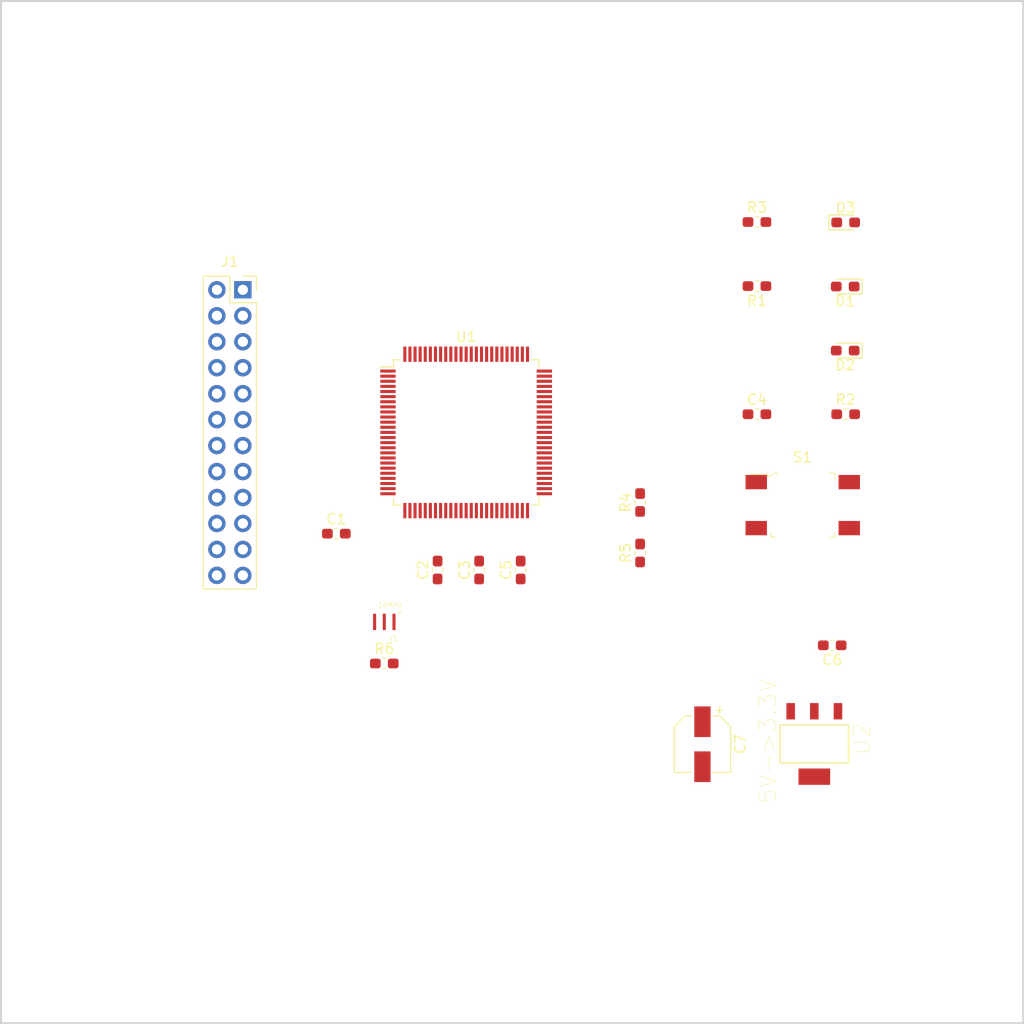
<source format=kicad_pcb>
(kicad_pcb (version 20171130) (host pcbnew "(5.0.0-3-g5ebb6b6)")

  (general
    (thickness 1.6)
    (drawings 4)
    (tracks 0)
    (zones 0)
    (modules 21)
    (nets 97)
  )

  (page A4)
  (title_block
    (title araBase-atmega2560)
    (date 2018-08-01)
    (rev v0.1)
    (company www.aravinth.info)
    (comment 4 "Baseboard for Atmega2560")
  )

  (layers
    (0 F.Cu signal)
    (31 B.Cu signal)
    (32 B.Adhes user)
    (33 F.Adhes user)
    (34 B.Paste user)
    (35 F.Paste user)
    (36 B.SilkS user)
    (37 F.SilkS user)
    (38 B.Mask user)
    (39 F.Mask user)
    (40 Dwgs.User user)
    (41 Cmts.User user)
    (42 Eco1.User user)
    (43 Eco2.User user)
    (44 Edge.Cuts user)
    (45 Margin user)
    (46 B.CrtYd user)
    (47 F.CrtYd user)
    (48 B.Fab user)
    (49 F.Fab user)
  )

  (setup
    (last_trace_width 0.254)
    (trace_clearance 0.254)
    (zone_clearance 0.508)
    (zone_45_only no)
    (trace_min 0.254)
    (segment_width 0.2)
    (edge_width 0.2)
    (via_size 0.8)
    (via_drill 0.4)
    (via_min_size 0.8)
    (via_min_drill 0.4)
    (uvia_size 0.3)
    (uvia_drill 0.1)
    (uvias_allowed no)
    (uvia_min_size 0.2)
    (uvia_min_drill 0.1)
    (pcb_text_width 0.3)
    (pcb_text_size 1.5 1.5)
    (mod_edge_width 0.15)
    (mod_text_size 1 1)
    (mod_text_width 0.15)
    (pad_size 1.524 1.524)
    (pad_drill 0.762)
    (pad_to_mask_clearance 0.2)
    (aux_axis_origin 0 0)
    (visible_elements FFFFFF7F)
    (pcbplotparams
      (layerselection 0x010fc_ffffffff)
      (usegerberextensions false)
      (usegerberattributes false)
      (usegerberadvancedattributes false)
      (creategerberjobfile false)
      (excludeedgelayer true)
      (linewidth 0.100000)
      (plotframeref false)
      (viasonmask false)
      (mode 1)
      (useauxorigin false)
      (hpglpennumber 1)
      (hpglpenspeed 20)
      (hpglpendiameter 15.000000)
      (psnegative false)
      (psa4output false)
      (plotreference true)
      (plotvalue true)
      (plotinvisibletext false)
      (padsonsilk false)
      (subtractmaskfromsilk false)
      (outputformat 1)
      (mirror false)
      (drillshape 1)
      (scaleselection 1)
      (outputdirectory ""))
  )

  (net 0 "")
  (net 1 /AREF)
  (net 2 GND)
  (net 3 +5V)
  (net 4 /RESET)
  (net 5 /3.3V)
  (net 6 "Net-(D1-Pad2)")
  (net 7 "Net-(D3-Pad2)")
  (net 8 /SCK)
  (net 9 /MISO)
  (net 10 /MOSI)
  (net 11 /TX0)
  (net 12 /RX0)
  (net 13 /SDA)
  (net 14 /SCL)
  (net 15 /A0)
  (net 16 /A1)
  (net 17 /A2)
  (net 18 /A3)
  (net 19 /A4)
  (net 20 /A5)
  (net 21 /D2)
  (net 22 /D3)
  (net 23 /D4)
  (net 24 /D5)
  (net 25 /D6)
  (net 26 /D7)
  (net 27 "Net-(R1-Pad1)")
  (net 28 "Net-(R6-Pad2)")
  (net 29 "Net-(R6-Pad1)")
  (net 30 "Net-(S1-Pad3)")
  (net 31 "Net-(U1-Pad4)")
  (net 32 "Net-(U1-Pad8)")
  (net 33 "Net-(U1-Pad9)")
  (net 34 "Net-(U1-Pad12)")
  (net 35 "Net-(U1-Pad14)")
  (net 36 "Net-(U1-Pad17)")
  (net 37 "Net-(U1-Pad18)")
  (net 38 "Net-(U1-Pad19)")
  (net 39 "Net-(U1-Pad23)")
  (net 40 "Net-(U1-Pad24)")
  (net 41 "Net-(U1-Pad25)")
  (net 42 "Net-(U1-Pad26)")
  (net 43 "Net-(U1-Pad27)")
  (net 44 "Net-(U1-Pad28)")
  (net 45 "Net-(U1-Pad29)")
  (net 46 "Net-(U1-Pad35)")
  (net 47 "Net-(U1-Pad36)")
  (net 48 "Net-(U1-Pad37)")
  (net 49 "Net-(U1-Pad38)")
  (net 50 "Net-(U1-Pad39)")
  (net 51 "Net-(U1-Pad40)")
  (net 52 "Net-(U1-Pad41)")
  (net 53 "Net-(U1-Pad42)")
  (net 54 "Net-(U1-Pad45)")
  (net 55 "Net-(U1-Pad46)")
  (net 56 "Net-(U1-Pad47)")
  (net 57 "Net-(U1-Pad48)")
  (net 58 "Net-(U1-Pad49)")
  (net 59 "Net-(U1-Pad50)")
  (net 60 "Net-(U1-Pad51)")
  (net 61 "Net-(U1-Pad52)")
  (net 62 "Net-(U1-Pad53)")
  (net 63 "Net-(U1-Pad54)")
  (net 64 "Net-(U1-Pad55)")
  (net 65 "Net-(U1-Pad56)")
  (net 66 "Net-(U1-Pad57)")
  (net 67 "Net-(U1-Pad58)")
  (net 68 "Net-(U1-Pad59)")
  (net 69 "Net-(U1-Pad60)")
  (net 70 "Net-(U1-Pad63)")
  (net 71 "Net-(U1-Pad64)")
  (net 72 "Net-(U1-Pad65)")
  (net 73 "Net-(U1-Pad66)")
  (net 74 "Net-(U1-Pad67)")
  (net 75 "Net-(U1-Pad68)")
  (net 76 "Net-(U1-Pad69)")
  (net 77 "Net-(U1-Pad70)")
  (net 78 "Net-(U1-Pad71)")
  (net 79 "Net-(U1-Pad72)")
  (net 80 "Net-(U1-Pad73)")
  (net 81 "Net-(U1-Pad74)")
  (net 82 "Net-(U1-Pad75)")
  (net 83 "Net-(U1-Pad76)")
  (net 84 "Net-(U1-Pad77)")
  (net 85 "Net-(U1-Pad78)")
  (net 86 "Net-(U1-Pad79)")
  (net 87 "Net-(U1-Pad82)")
  (net 88 "Net-(U1-Pad83)")
  (net 89 "Net-(U1-Pad84)")
  (net 90 "Net-(U1-Pad85)")
  (net 91 "Net-(U1-Pad86)")
  (net 92 "Net-(U1-Pad87)")
  (net 93 "Net-(U1-Pad88)")
  (net 94 "Net-(U1-Pad89)")
  (net 95 "Net-(U1-Pad90)")
  (net 96 "Net-(U1-Pad91)")

  (net_class Default "This is the default net class."
    (clearance 0.254)
    (trace_width 0.254)
    (via_dia 0.8)
    (via_drill 0.4)
    (uvia_dia 0.3)
    (uvia_drill 0.1)
    (diff_pair_gap 0.254)
    (diff_pair_width 0.254)
    (add_net /A0)
    (add_net /A1)
    (add_net /A2)
    (add_net /A3)
    (add_net /A4)
    (add_net /A5)
    (add_net /AREF)
    (add_net /D2)
    (add_net /D3)
    (add_net /D4)
    (add_net /D5)
    (add_net /D6)
    (add_net /D7)
    (add_net /MISO)
    (add_net /MOSI)
    (add_net /RESET)
    (add_net /RX0)
    (add_net /SCK)
    (add_net /SCL)
    (add_net /SDA)
    (add_net /TX0)
    (add_net "Net-(D1-Pad2)")
    (add_net "Net-(D3-Pad2)")
    (add_net "Net-(R1-Pad1)")
    (add_net "Net-(R6-Pad1)")
    (add_net "Net-(R6-Pad2)")
    (add_net "Net-(S1-Pad3)")
    (add_net "Net-(U1-Pad12)")
    (add_net "Net-(U1-Pad14)")
    (add_net "Net-(U1-Pad17)")
    (add_net "Net-(U1-Pad18)")
    (add_net "Net-(U1-Pad19)")
    (add_net "Net-(U1-Pad23)")
    (add_net "Net-(U1-Pad24)")
    (add_net "Net-(U1-Pad25)")
    (add_net "Net-(U1-Pad26)")
    (add_net "Net-(U1-Pad27)")
    (add_net "Net-(U1-Pad28)")
    (add_net "Net-(U1-Pad29)")
    (add_net "Net-(U1-Pad35)")
    (add_net "Net-(U1-Pad36)")
    (add_net "Net-(U1-Pad37)")
    (add_net "Net-(U1-Pad38)")
    (add_net "Net-(U1-Pad39)")
    (add_net "Net-(U1-Pad4)")
    (add_net "Net-(U1-Pad40)")
    (add_net "Net-(U1-Pad41)")
    (add_net "Net-(U1-Pad42)")
    (add_net "Net-(U1-Pad45)")
    (add_net "Net-(U1-Pad46)")
    (add_net "Net-(U1-Pad47)")
    (add_net "Net-(U1-Pad48)")
    (add_net "Net-(U1-Pad49)")
    (add_net "Net-(U1-Pad50)")
    (add_net "Net-(U1-Pad51)")
    (add_net "Net-(U1-Pad52)")
    (add_net "Net-(U1-Pad53)")
    (add_net "Net-(U1-Pad54)")
    (add_net "Net-(U1-Pad55)")
    (add_net "Net-(U1-Pad56)")
    (add_net "Net-(U1-Pad57)")
    (add_net "Net-(U1-Pad58)")
    (add_net "Net-(U1-Pad59)")
    (add_net "Net-(U1-Pad60)")
    (add_net "Net-(U1-Pad63)")
    (add_net "Net-(U1-Pad64)")
    (add_net "Net-(U1-Pad65)")
    (add_net "Net-(U1-Pad66)")
    (add_net "Net-(U1-Pad67)")
    (add_net "Net-(U1-Pad68)")
    (add_net "Net-(U1-Pad69)")
    (add_net "Net-(U1-Pad70)")
    (add_net "Net-(U1-Pad71)")
    (add_net "Net-(U1-Pad72)")
    (add_net "Net-(U1-Pad73)")
    (add_net "Net-(U1-Pad74)")
    (add_net "Net-(U1-Pad75)")
    (add_net "Net-(U1-Pad76)")
    (add_net "Net-(U1-Pad77)")
    (add_net "Net-(U1-Pad78)")
    (add_net "Net-(U1-Pad79)")
    (add_net "Net-(U1-Pad8)")
    (add_net "Net-(U1-Pad82)")
    (add_net "Net-(U1-Pad83)")
    (add_net "Net-(U1-Pad84)")
    (add_net "Net-(U1-Pad85)")
    (add_net "Net-(U1-Pad86)")
    (add_net "Net-(U1-Pad87)")
    (add_net "Net-(U1-Pad88)")
    (add_net "Net-(U1-Pad89)")
    (add_net "Net-(U1-Pad9)")
    (add_net "Net-(U1-Pad90)")
    (add_net "Net-(U1-Pad91)")
  )

  (net_class PWR ""
    (clearance 0.3048)
    (trace_width 0.3048)
    (via_dia 0.8)
    (via_drill 0.4)
    (uvia_dia 0.3)
    (uvia_drill 0.1)
    (diff_pair_gap 0.3048)
    (diff_pair_width 0.3048)
    (add_net +5V)
    (add_net /3.3V)
    (add_net GND)
  )

  (module Capacitor_SMD:C_0603_1608Metric_Pad1.05x0.95mm_HandSolder (layer F.Cu) (tedit 5B301BBE) (tstamp 5B84F56A)
    (at 82.804 102.108)
    (descr "Capacitor SMD 0603 (1608 Metric), square (rectangular) end terminal, IPC_7351 nominal with elongated pad for handsoldering. (Body size source: http://www.tortai-tech.com/upload/download/2011102023233369053.pdf), generated with kicad-footprint-generator")
    (tags "capacitor handsolder")
    (path /5B60F821)
    (attr smd)
    (fp_text reference C1 (at 0 -1.43) (layer F.SilkS)
      (effects (font (size 1 1) (thickness 0.15)))
    )
    (fp_text value 0.1uF (at 0 1.43) (layer F.Fab)
      (effects (font (size 1 1) (thickness 0.15)))
    )
    (fp_text user %R (at 0 0) (layer F.Fab)
      (effects (font (size 0.4 0.4) (thickness 0.06)))
    )
    (fp_line (start 1.65 0.73) (end -1.65 0.73) (layer F.CrtYd) (width 0.05))
    (fp_line (start 1.65 -0.73) (end 1.65 0.73) (layer F.CrtYd) (width 0.05))
    (fp_line (start -1.65 -0.73) (end 1.65 -0.73) (layer F.CrtYd) (width 0.05))
    (fp_line (start -1.65 0.73) (end -1.65 -0.73) (layer F.CrtYd) (width 0.05))
    (fp_line (start -0.171267 0.51) (end 0.171267 0.51) (layer F.SilkS) (width 0.12))
    (fp_line (start -0.171267 -0.51) (end 0.171267 -0.51) (layer F.SilkS) (width 0.12))
    (fp_line (start 0.8 0.4) (end -0.8 0.4) (layer F.Fab) (width 0.1))
    (fp_line (start 0.8 -0.4) (end 0.8 0.4) (layer F.Fab) (width 0.1))
    (fp_line (start -0.8 -0.4) (end 0.8 -0.4) (layer F.Fab) (width 0.1))
    (fp_line (start -0.8 0.4) (end -0.8 -0.4) (layer F.Fab) (width 0.1))
    (pad 2 smd roundrect (at 0.875 0) (size 1.05 0.95) (layers F.Cu F.Paste F.Mask) (roundrect_rratio 0.25)
      (net 2 GND))
    (pad 1 smd roundrect (at -0.875 0) (size 1.05 0.95) (layers F.Cu F.Paste F.Mask) (roundrect_rratio 0.25)
      (net 1 /AREF))
    (model ${KISYS3DMOD}/Capacitor_SMD.3dshapes/C_0603_1608Metric.wrl
      (at (xyz 0 0 0))
      (scale (xyz 1 1 1))
      (rotate (xyz 0 0 0))
    )
  )

  (module Capacitor_SMD:C_0603_1608Metric_Pad1.05x0.95mm_HandSolder (layer F.Cu) (tedit 5B301BBE) (tstamp 5B858429)
    (at 92.71 105.664 90)
    (descr "Capacitor SMD 0603 (1608 Metric), square (rectangular) end terminal, IPC_7351 nominal with elongated pad for handsoldering. (Body size source: http://www.tortai-tech.com/upload/download/2011102023233369053.pdf), generated with kicad-footprint-generator")
    (tags "capacitor handsolder")
    (path /5B614038)
    (attr smd)
    (fp_text reference C2 (at 0 -1.43 90) (layer F.SilkS)
      (effects (font (size 1 1) (thickness 0.15)))
    )
    (fp_text value 0.1uF (at 0 1.43 90) (layer F.Fab)
      (effects (font (size 1 1) (thickness 0.15)))
    )
    (fp_line (start -0.8 0.4) (end -0.8 -0.4) (layer F.Fab) (width 0.1))
    (fp_line (start -0.8 -0.4) (end 0.8 -0.4) (layer F.Fab) (width 0.1))
    (fp_line (start 0.8 -0.4) (end 0.8 0.4) (layer F.Fab) (width 0.1))
    (fp_line (start 0.8 0.4) (end -0.8 0.4) (layer F.Fab) (width 0.1))
    (fp_line (start -0.171267 -0.51) (end 0.171267 -0.51) (layer F.SilkS) (width 0.12))
    (fp_line (start -0.171267 0.51) (end 0.171267 0.51) (layer F.SilkS) (width 0.12))
    (fp_line (start -1.65 0.73) (end -1.65 -0.73) (layer F.CrtYd) (width 0.05))
    (fp_line (start -1.65 -0.73) (end 1.65 -0.73) (layer F.CrtYd) (width 0.05))
    (fp_line (start 1.65 -0.73) (end 1.65 0.73) (layer F.CrtYd) (width 0.05))
    (fp_line (start 1.65 0.73) (end -1.65 0.73) (layer F.CrtYd) (width 0.05))
    (fp_text user %R (at 0 0 90) (layer F.Fab)
      (effects (font (size 0.4 0.4) (thickness 0.06)))
    )
    (pad 1 smd roundrect (at -0.875 0 90) (size 1.05 0.95) (layers F.Cu F.Paste F.Mask) (roundrect_rratio 0.25)
      (net 3 +5V))
    (pad 2 smd roundrect (at 0.875 0 90) (size 1.05 0.95) (layers F.Cu F.Paste F.Mask) (roundrect_rratio 0.25)
      (net 2 GND))
    (model ${KISYS3DMOD}/Capacitor_SMD.3dshapes/C_0603_1608Metric.wrl
      (at (xyz 0 0 0))
      (scale (xyz 1 1 1))
      (rotate (xyz 0 0 0))
    )
  )

  (module Capacitor_SMD:C_0603_1608Metric_Pad1.05x0.95mm_HandSolder (layer F.Cu) (tedit 5B301BBE) (tstamp 5B8583F9)
    (at 96.774 105.664 90)
    (descr "Capacitor SMD 0603 (1608 Metric), square (rectangular) end terminal, IPC_7351 nominal with elongated pad for handsoldering. (Body size source: http://www.tortai-tech.com/upload/download/2011102023233369053.pdf), generated with kicad-footprint-generator")
    (tags "capacitor handsolder")
    (path /5B61413F)
    (attr smd)
    (fp_text reference C3 (at 0 -1.43 90) (layer F.SilkS)
      (effects (font (size 1 1) (thickness 0.15)))
    )
    (fp_text value 0.1uF (at 0 1.43 90) (layer F.Fab)
      (effects (font (size 1 1) (thickness 0.15)))
    )
    (fp_text user %R (at 0 0 90) (layer F.Fab)
      (effects (font (size 0.4 0.4) (thickness 0.06)))
    )
    (fp_line (start 1.65 0.73) (end -1.65 0.73) (layer F.CrtYd) (width 0.05))
    (fp_line (start 1.65 -0.73) (end 1.65 0.73) (layer F.CrtYd) (width 0.05))
    (fp_line (start -1.65 -0.73) (end 1.65 -0.73) (layer F.CrtYd) (width 0.05))
    (fp_line (start -1.65 0.73) (end -1.65 -0.73) (layer F.CrtYd) (width 0.05))
    (fp_line (start -0.171267 0.51) (end 0.171267 0.51) (layer F.SilkS) (width 0.12))
    (fp_line (start -0.171267 -0.51) (end 0.171267 -0.51) (layer F.SilkS) (width 0.12))
    (fp_line (start 0.8 0.4) (end -0.8 0.4) (layer F.Fab) (width 0.1))
    (fp_line (start 0.8 -0.4) (end 0.8 0.4) (layer F.Fab) (width 0.1))
    (fp_line (start -0.8 -0.4) (end 0.8 -0.4) (layer F.Fab) (width 0.1))
    (fp_line (start -0.8 0.4) (end -0.8 -0.4) (layer F.Fab) (width 0.1))
    (pad 2 smd roundrect (at 0.875 0 90) (size 1.05 0.95) (layers F.Cu F.Paste F.Mask) (roundrect_rratio 0.25)
      (net 2 GND))
    (pad 1 smd roundrect (at -0.875 0 90) (size 1.05 0.95) (layers F.Cu F.Paste F.Mask) (roundrect_rratio 0.25)
      (net 3 +5V))
    (model ${KISYS3DMOD}/Capacitor_SMD.3dshapes/C_0603_1608Metric.wrl
      (at (xyz 0 0 0))
      (scale (xyz 1 1 1))
      (rotate (xyz 0 0 0))
    )
  )

  (module Capacitor_SMD:C_0603_1608Metric_Pad1.05x0.95mm_HandSolder (layer F.Cu) (tedit 5B301BBE) (tstamp 5B84F59D)
    (at 123.952 90.424)
    (descr "Capacitor SMD 0603 (1608 Metric), square (rectangular) end terminal, IPC_7351 nominal with elongated pad for handsoldering. (Body size source: http://www.tortai-tech.com/upload/download/2011102023233369053.pdf), generated with kicad-footprint-generator")
    (tags "capacitor handsolder")
    (path /5B6153C2)
    (attr smd)
    (fp_text reference C4 (at 0 -1.43) (layer F.SilkS)
      (effects (font (size 1 1) (thickness 0.15)))
    )
    (fp_text value 22pF (at 0 1.43) (layer F.Fab)
      (effects (font (size 1 1) (thickness 0.15)))
    )
    (fp_text user %R (at 0 0) (layer F.Fab)
      (effects (font (size 0.4 0.4) (thickness 0.06)))
    )
    (fp_line (start 1.65 0.73) (end -1.65 0.73) (layer F.CrtYd) (width 0.05))
    (fp_line (start 1.65 -0.73) (end 1.65 0.73) (layer F.CrtYd) (width 0.05))
    (fp_line (start -1.65 -0.73) (end 1.65 -0.73) (layer F.CrtYd) (width 0.05))
    (fp_line (start -1.65 0.73) (end -1.65 -0.73) (layer F.CrtYd) (width 0.05))
    (fp_line (start -0.171267 0.51) (end 0.171267 0.51) (layer F.SilkS) (width 0.12))
    (fp_line (start -0.171267 -0.51) (end 0.171267 -0.51) (layer F.SilkS) (width 0.12))
    (fp_line (start 0.8 0.4) (end -0.8 0.4) (layer F.Fab) (width 0.1))
    (fp_line (start 0.8 -0.4) (end 0.8 0.4) (layer F.Fab) (width 0.1))
    (fp_line (start -0.8 -0.4) (end 0.8 -0.4) (layer F.Fab) (width 0.1))
    (fp_line (start -0.8 0.4) (end -0.8 -0.4) (layer F.Fab) (width 0.1))
    (pad 2 smd roundrect (at 0.875 0) (size 1.05 0.95) (layers F.Cu F.Paste F.Mask) (roundrect_rratio 0.25)
      (net 2 GND))
    (pad 1 smd roundrect (at -0.875 0) (size 1.05 0.95) (layers F.Cu F.Paste F.Mask) (roundrect_rratio 0.25)
      (net 4 /RESET))
    (model ${KISYS3DMOD}/Capacitor_SMD.3dshapes/C_0603_1608Metric.wrl
      (at (xyz 0 0 0))
      (scale (xyz 1 1 1))
      (rotate (xyz 0 0 0))
    )
  )

  (module Capacitor_SMD:C_0603_1608Metric_Pad1.05x0.95mm_HandSolder (layer F.Cu) (tedit 5B301BBE) (tstamp 5B8583C9)
    (at 100.838 105.664 90)
    (descr "Capacitor SMD 0603 (1608 Metric), square (rectangular) end terminal, IPC_7351 nominal with elongated pad for handsoldering. (Body size source: http://www.tortai-tech.com/upload/download/2011102023233369053.pdf), generated with kicad-footprint-generator")
    (tags "capacitor handsolder")
    (path /5B614166)
    (attr smd)
    (fp_text reference C5 (at 0 -1.43 90) (layer F.SilkS)
      (effects (font (size 1 1) (thickness 0.15)))
    )
    (fp_text value 0.1uF (at 0 1.43 90) (layer F.Fab)
      (effects (font (size 1 1) (thickness 0.15)))
    )
    (fp_line (start -0.8 0.4) (end -0.8 -0.4) (layer F.Fab) (width 0.1))
    (fp_line (start -0.8 -0.4) (end 0.8 -0.4) (layer F.Fab) (width 0.1))
    (fp_line (start 0.8 -0.4) (end 0.8 0.4) (layer F.Fab) (width 0.1))
    (fp_line (start 0.8 0.4) (end -0.8 0.4) (layer F.Fab) (width 0.1))
    (fp_line (start -0.171267 -0.51) (end 0.171267 -0.51) (layer F.SilkS) (width 0.12))
    (fp_line (start -0.171267 0.51) (end 0.171267 0.51) (layer F.SilkS) (width 0.12))
    (fp_line (start -1.65 0.73) (end -1.65 -0.73) (layer F.CrtYd) (width 0.05))
    (fp_line (start -1.65 -0.73) (end 1.65 -0.73) (layer F.CrtYd) (width 0.05))
    (fp_line (start 1.65 -0.73) (end 1.65 0.73) (layer F.CrtYd) (width 0.05))
    (fp_line (start 1.65 0.73) (end -1.65 0.73) (layer F.CrtYd) (width 0.05))
    (fp_text user %R (at 0 0 90) (layer F.Fab)
      (effects (font (size 0.4 0.4) (thickness 0.06)))
    )
    (pad 1 smd roundrect (at -0.875 0 90) (size 1.05 0.95) (layers F.Cu F.Paste F.Mask) (roundrect_rratio 0.25)
      (net 3 +5V))
    (pad 2 smd roundrect (at 0.875 0 90) (size 1.05 0.95) (layers F.Cu F.Paste F.Mask) (roundrect_rratio 0.25)
      (net 2 GND))
    (model ${KISYS3DMOD}/Capacitor_SMD.3dshapes/C_0603_1608Metric.wrl
      (at (xyz 0 0 0))
      (scale (xyz 1 1 1))
      (rotate (xyz 0 0 0))
    )
  )

  (module Capacitor_SMD:C_0603_1608Metric_Pad1.05x0.95mm_HandSolder (layer F.Cu) (tedit 5B301BBE) (tstamp 5B84F5BF)
    (at 131.318 113.03 180)
    (descr "Capacitor SMD 0603 (1608 Metric), square (rectangular) end terminal, IPC_7351 nominal with elongated pad for handsoldering. (Body size source: http://www.tortai-tech.com/upload/download/2011102023233369053.pdf), generated with kicad-footprint-generator")
    (tags "capacitor handsolder")
    (path /5B611738)
    (attr smd)
    (fp_text reference C6 (at 0 -1.43 180) (layer F.SilkS)
      (effects (font (size 1 1) (thickness 0.15)))
    )
    (fp_text value 100nF (at 0 1.43 180) (layer F.Fab)
      (effects (font (size 1 1) (thickness 0.15)))
    )
    (fp_line (start -0.8 0.4) (end -0.8 -0.4) (layer F.Fab) (width 0.1))
    (fp_line (start -0.8 -0.4) (end 0.8 -0.4) (layer F.Fab) (width 0.1))
    (fp_line (start 0.8 -0.4) (end 0.8 0.4) (layer F.Fab) (width 0.1))
    (fp_line (start 0.8 0.4) (end -0.8 0.4) (layer F.Fab) (width 0.1))
    (fp_line (start -0.171267 -0.51) (end 0.171267 -0.51) (layer F.SilkS) (width 0.12))
    (fp_line (start -0.171267 0.51) (end 0.171267 0.51) (layer F.SilkS) (width 0.12))
    (fp_line (start -1.65 0.73) (end -1.65 -0.73) (layer F.CrtYd) (width 0.05))
    (fp_line (start -1.65 -0.73) (end 1.65 -0.73) (layer F.CrtYd) (width 0.05))
    (fp_line (start 1.65 -0.73) (end 1.65 0.73) (layer F.CrtYd) (width 0.05))
    (fp_line (start 1.65 0.73) (end -1.65 0.73) (layer F.CrtYd) (width 0.05))
    (fp_text user %R (at 0 0 180) (layer F.Fab)
      (effects (font (size 0.4 0.4) (thickness 0.06)))
    )
    (pad 1 smd roundrect (at -0.875 0 180) (size 1.05 0.95) (layers F.Cu F.Paste F.Mask) (roundrect_rratio 0.25)
      (net 3 +5V))
    (pad 2 smd roundrect (at 0.875 0 180) (size 1.05 0.95) (layers F.Cu F.Paste F.Mask) (roundrect_rratio 0.25)
      (net 2 GND))
    (model ${KISYS3DMOD}/Capacitor_SMD.3dshapes/C_0603_1608Metric.wrl
      (at (xyz 0 0 0))
      (scale (xyz 1 1 1))
      (rotate (xyz 0 0 0))
    )
  )

  (module Capacitor_SMD:CP_Elec_5x5.8 (layer F.Cu) (tedit 5B3026A2) (tstamp 5B84F5E7)
    (at 118.618 122.707499 270)
    (descr "SMT capacitor, aluminium electrolytic, 5x5.8, Panasonic ")
    (tags "Capacitor Electrolytic")
    (path /5B616364)
    (attr smd)
    (fp_text reference C7 (at 0 -3.7 270) (layer F.SilkS)
      (effects (font (size 1 1) (thickness 0.15)))
    )
    (fp_text value 33uF (at 0 3.7 270) (layer F.Fab)
      (effects (font (size 1 1) (thickness 0.15)))
    )
    (fp_text user %R (at 0 0 270) (layer F.Fab)
      (effects (font (size 1 1) (thickness 0.15)))
    )
    (fp_line (start -3.95 1.05) (end -2.9 1.05) (layer F.CrtYd) (width 0.05))
    (fp_line (start -3.95 -1.05) (end -3.95 1.05) (layer F.CrtYd) (width 0.05))
    (fp_line (start -2.9 -1.05) (end -3.95 -1.05) (layer F.CrtYd) (width 0.05))
    (fp_line (start -2.9 1.05) (end -2.9 1.75) (layer F.CrtYd) (width 0.05))
    (fp_line (start -2.9 -1.75) (end -2.9 -1.05) (layer F.CrtYd) (width 0.05))
    (fp_line (start -2.9 -1.75) (end -1.75 -2.9) (layer F.CrtYd) (width 0.05))
    (fp_line (start -2.9 1.75) (end -1.75 2.9) (layer F.CrtYd) (width 0.05))
    (fp_line (start -1.75 -2.9) (end 2.9 -2.9) (layer F.CrtYd) (width 0.05))
    (fp_line (start -1.75 2.9) (end 2.9 2.9) (layer F.CrtYd) (width 0.05))
    (fp_line (start 2.9 1.05) (end 2.9 2.9) (layer F.CrtYd) (width 0.05))
    (fp_line (start 3.95 1.05) (end 2.9 1.05) (layer F.CrtYd) (width 0.05))
    (fp_line (start 3.95 -1.05) (end 3.95 1.05) (layer F.CrtYd) (width 0.05))
    (fp_line (start 2.9 -1.05) (end 3.95 -1.05) (layer F.CrtYd) (width 0.05))
    (fp_line (start 2.9 -2.9) (end 2.9 -1.05) (layer F.CrtYd) (width 0.05))
    (fp_line (start -3.3125 -1.9975) (end -3.3125 -1.3725) (layer F.SilkS) (width 0.12))
    (fp_line (start -3.625 -1.685) (end -3 -1.685) (layer F.SilkS) (width 0.12))
    (fp_line (start -2.76 1.695563) (end -1.695563 2.76) (layer F.SilkS) (width 0.12))
    (fp_line (start -2.76 -1.695563) (end -1.695563 -2.76) (layer F.SilkS) (width 0.12))
    (fp_line (start -2.76 -1.695563) (end -2.76 -1.06) (layer F.SilkS) (width 0.12))
    (fp_line (start -2.76 1.695563) (end -2.76 1.06) (layer F.SilkS) (width 0.12))
    (fp_line (start -1.695563 2.76) (end 2.76 2.76) (layer F.SilkS) (width 0.12))
    (fp_line (start -1.695563 -2.76) (end 2.76 -2.76) (layer F.SilkS) (width 0.12))
    (fp_line (start 2.76 -2.76) (end 2.76 -1.06) (layer F.SilkS) (width 0.12))
    (fp_line (start 2.76 2.76) (end 2.76 1.06) (layer F.SilkS) (width 0.12))
    (fp_line (start -1.783956 -1.45) (end -1.783956 -0.95) (layer F.Fab) (width 0.1))
    (fp_line (start -2.033956 -1.2) (end -1.533956 -1.2) (layer F.Fab) (width 0.1))
    (fp_line (start -2.65 1.65) (end -1.65 2.65) (layer F.Fab) (width 0.1))
    (fp_line (start -2.65 -1.65) (end -1.65 -2.65) (layer F.Fab) (width 0.1))
    (fp_line (start -2.65 -1.65) (end -2.65 1.65) (layer F.Fab) (width 0.1))
    (fp_line (start -1.65 2.65) (end 2.65 2.65) (layer F.Fab) (width 0.1))
    (fp_line (start -1.65 -2.65) (end 2.65 -2.65) (layer F.Fab) (width 0.1))
    (fp_line (start 2.65 -2.65) (end 2.65 2.65) (layer F.Fab) (width 0.1))
    (fp_circle (center 0 0) (end 2.5 0) (layer F.Fab) (width 0.1))
    (pad 2 smd rect (at 2.2 0 270) (size 3 1.6) (layers F.Cu F.Paste F.Mask)
      (net 2 GND))
    (pad 1 smd rect (at -2.2 0 270) (size 3 1.6) (layers F.Cu F.Paste F.Mask)
      (net 5 /3.3V))
    (model ${KISYS3DMOD}/Capacitor_SMD.3dshapes/CP_Elec_5x5.8.wrl
      (at (xyz 0 0 0))
      (scale (xyz 1 1 1))
      (rotate (xyz 0 0 0))
    )
  )

  (module LED_SMD:LED_0603_1608Metric_Pad1.05x0.95mm_HandSolder (layer F.Cu) (tedit 5B4B45C9) (tstamp 5B856E78)
    (at 132.588 77.928667 180)
    (descr "LED SMD 0603 (1608 Metric), square (rectangular) end terminal, IPC_7351 nominal, (Body size source: http://www.tortai-tech.com/upload/download/2011102023233369053.pdf), generated with kicad-footprint-generator")
    (tags "LED handsolder")
    (path /5B61AC88)
    (attr smd)
    (fp_text reference D1 (at 0 -1.43 180) (layer F.SilkS)
      (effects (font (size 1 1) (thickness 0.15)))
    )
    (fp_text value LED-Y (at 0 1.43 180) (layer F.Fab)
      (effects (font (size 1 1) (thickness 0.15)))
    )
    (fp_text user %R (at 0 0 180) (layer F.Fab)
      (effects (font (size 0.4 0.4) (thickness 0.06)))
    )
    (fp_line (start 1.65 0.73) (end -1.65 0.73) (layer F.CrtYd) (width 0.05))
    (fp_line (start 1.65 -0.73) (end 1.65 0.73) (layer F.CrtYd) (width 0.05))
    (fp_line (start -1.65 -0.73) (end 1.65 -0.73) (layer F.CrtYd) (width 0.05))
    (fp_line (start -1.65 0.73) (end -1.65 -0.73) (layer F.CrtYd) (width 0.05))
    (fp_line (start -1.66 0.735) (end 0.8 0.735) (layer F.SilkS) (width 0.12))
    (fp_line (start -1.66 -0.735) (end -1.66 0.735) (layer F.SilkS) (width 0.12))
    (fp_line (start 0.8 -0.735) (end -1.66 -0.735) (layer F.SilkS) (width 0.12))
    (fp_line (start 0.8 0.4) (end 0.8 -0.4) (layer F.Fab) (width 0.1))
    (fp_line (start -0.8 0.4) (end 0.8 0.4) (layer F.Fab) (width 0.1))
    (fp_line (start -0.8 -0.1) (end -0.8 0.4) (layer F.Fab) (width 0.1))
    (fp_line (start -0.5 -0.4) (end -0.8 -0.1) (layer F.Fab) (width 0.1))
    (fp_line (start 0.8 -0.4) (end -0.5 -0.4) (layer F.Fab) (width 0.1))
    (pad 2 smd roundrect (at 0.875 0 180) (size 1.05 0.95) (layers F.Cu F.Paste F.Mask) (roundrect_rratio 0.25)
      (net 6 "Net-(D1-Pad2)"))
    (pad 1 smd roundrect (at -0.875 0 180) (size 1.05 0.95) (layers F.Cu F.Paste F.Mask) (roundrect_rratio 0.25)
      (net 2 GND))
    (model ${KISYS3DMOD}/LED_SMD.3dshapes/LED_0603_1608Metric.wrl
      (at (xyz 0 0 0))
      (scale (xyz 1 1 1))
      (rotate (xyz 0 0 0))
    )
  )

  (module Diode_SMD:D_0603_1608Metric_Pad1.05x0.95mm_HandSolder (layer F.Cu) (tedit 5B4B45C8) (tstamp 5B84F60D)
    (at 132.588 84.196333 180)
    (descr "Diode SMD 0603 (1608 Metric), square (rectangular) end terminal, IPC_7351 nominal, (Body size source: http://www.tortai-tech.com/upload/download/2011102023233369053.pdf), generated with kicad-footprint-generator")
    (tags "diode handsolder")
    (path /5B6161AF)
    (attr smd)
    (fp_text reference D2 (at 0 -1.43 180) (layer F.SilkS)
      (effects (font (size 1 1) (thickness 0.15)))
    )
    (fp_text value 100V (at 0 1.43 180) (layer F.Fab)
      (effects (font (size 1 1) (thickness 0.15)))
    )
    (fp_text user %R (at 0 0 180) (layer F.Fab)
      (effects (font (size 0.4 0.4) (thickness 0.06)))
    )
    (fp_line (start 1.65 0.73) (end -1.65 0.73) (layer F.CrtYd) (width 0.05))
    (fp_line (start 1.65 -0.73) (end 1.65 0.73) (layer F.CrtYd) (width 0.05))
    (fp_line (start -1.65 -0.73) (end 1.65 -0.73) (layer F.CrtYd) (width 0.05))
    (fp_line (start -1.65 0.73) (end -1.65 -0.73) (layer F.CrtYd) (width 0.05))
    (fp_line (start -1.66 0.735) (end 0.8 0.735) (layer F.SilkS) (width 0.12))
    (fp_line (start -1.66 -0.735) (end -1.66 0.735) (layer F.SilkS) (width 0.12))
    (fp_line (start 0.8 -0.735) (end -1.66 -0.735) (layer F.SilkS) (width 0.12))
    (fp_line (start 0.8 0.4) (end 0.8 -0.4) (layer F.Fab) (width 0.1))
    (fp_line (start -0.8 0.4) (end 0.8 0.4) (layer F.Fab) (width 0.1))
    (fp_line (start -0.8 -0.1) (end -0.8 0.4) (layer F.Fab) (width 0.1))
    (fp_line (start -0.5 -0.4) (end -0.8 -0.1) (layer F.Fab) (width 0.1))
    (fp_line (start 0.8 -0.4) (end -0.5 -0.4) (layer F.Fab) (width 0.1))
    (pad 2 smd roundrect (at 0.875 0 180) (size 1.05 0.95) (layers F.Cu F.Paste F.Mask) (roundrect_rratio 0.25)
      (net 4 /RESET))
    (pad 1 smd roundrect (at -0.875 0 180) (size 1.05 0.95) (layers F.Cu F.Paste F.Mask) (roundrect_rratio 0.25)
      (net 3 +5V))
    (model ${KISYS3DMOD}/Diode_SMD.3dshapes/D_0603_1608Metric.wrl
      (at (xyz 0 0 0))
      (scale (xyz 1 1 1))
      (rotate (xyz 0 0 0))
    )
  )

  (module LED_SMD:LED_0603_1608Metric_Pad1.05x0.95mm_HandSolder (layer F.Cu) (tedit 5B4B45C9) (tstamp 5B84F620)
    (at 132.633 71.661001)
    (descr "LED SMD 0603 (1608 Metric), square (rectangular) end terminal, IPC_7351 nominal, (Body size source: http://www.tortai-tech.com/upload/download/2011102023233369053.pdf), generated with kicad-footprint-generator")
    (tags "LED handsolder")
    (path /5B626F87)
    (attr smd)
    (fp_text reference D3 (at 0 -1.43) (layer F.SilkS)
      (effects (font (size 1 1) (thickness 0.15)))
    )
    (fp_text value LED-G (at 0 1.43) (layer F.Fab)
      (effects (font (size 1 1) (thickness 0.15)))
    )
    (fp_line (start 0.8 -0.4) (end -0.5 -0.4) (layer F.Fab) (width 0.1))
    (fp_line (start -0.5 -0.4) (end -0.8 -0.1) (layer F.Fab) (width 0.1))
    (fp_line (start -0.8 -0.1) (end -0.8 0.4) (layer F.Fab) (width 0.1))
    (fp_line (start -0.8 0.4) (end 0.8 0.4) (layer F.Fab) (width 0.1))
    (fp_line (start 0.8 0.4) (end 0.8 -0.4) (layer F.Fab) (width 0.1))
    (fp_line (start 0.8 -0.735) (end -1.66 -0.735) (layer F.SilkS) (width 0.12))
    (fp_line (start -1.66 -0.735) (end -1.66 0.735) (layer F.SilkS) (width 0.12))
    (fp_line (start -1.66 0.735) (end 0.8 0.735) (layer F.SilkS) (width 0.12))
    (fp_line (start -1.65 0.73) (end -1.65 -0.73) (layer F.CrtYd) (width 0.05))
    (fp_line (start -1.65 -0.73) (end 1.65 -0.73) (layer F.CrtYd) (width 0.05))
    (fp_line (start 1.65 -0.73) (end 1.65 0.73) (layer F.CrtYd) (width 0.05))
    (fp_line (start 1.65 0.73) (end -1.65 0.73) (layer F.CrtYd) (width 0.05))
    (fp_text user %R (at 0 0) (layer F.Fab)
      (effects (font (size 0.4 0.4) (thickness 0.06)))
    )
    (pad 1 smd roundrect (at -0.875 0) (size 1.05 0.95) (layers F.Cu F.Paste F.Mask) (roundrect_rratio 0.25)
      (net 2 GND))
    (pad 2 smd roundrect (at 0.875 0) (size 1.05 0.95) (layers F.Cu F.Paste F.Mask) (roundrect_rratio 0.25)
      (net 7 "Net-(D3-Pad2)"))
    (model ${KISYS3DMOD}/LED_SMD.3dshapes/LED_0603_1608Metric.wrl
      (at (xyz 0 0 0))
      (scale (xyz 1 1 1))
      (rotate (xyz 0 0 0))
    )
  )

  (module Connector_PinSocket_2.54mm:PinSocket_2x12_P2.54mm_Vertical (layer F.Cu) (tedit 5A19A41B) (tstamp 5B84F64E)
    (at 73.66 78.252)
    (descr "Through hole straight socket strip, 2x12, 2.54mm pitch, double cols (from Kicad 4.0.7), script generated")
    (tags "Through hole socket strip THT 2x12 2.54mm double row")
    (path /5B613794)
    (fp_text reference J1 (at -1.27 -2.77) (layer F.SilkS)
      (effects (font (size 1 1) (thickness 0.15)))
    )
    (fp_text value UI (at -1.27 30.71) (layer F.Fab)
      (effects (font (size 1 1) (thickness 0.15)))
    )
    (fp_text user %R (at -1.27 13.97 90) (layer F.Fab)
      (effects (font (size 1 1) (thickness 0.15)))
    )
    (fp_line (start -4.34 29.7) (end -4.34 -1.8) (layer F.CrtYd) (width 0.05))
    (fp_line (start 1.76 29.7) (end -4.34 29.7) (layer F.CrtYd) (width 0.05))
    (fp_line (start 1.76 -1.8) (end 1.76 29.7) (layer F.CrtYd) (width 0.05))
    (fp_line (start -4.34 -1.8) (end 1.76 -1.8) (layer F.CrtYd) (width 0.05))
    (fp_line (start 0 -1.33) (end 1.33 -1.33) (layer F.SilkS) (width 0.12))
    (fp_line (start 1.33 -1.33) (end 1.33 0) (layer F.SilkS) (width 0.12))
    (fp_line (start -1.27 -1.33) (end -1.27 1.27) (layer F.SilkS) (width 0.12))
    (fp_line (start -1.27 1.27) (end 1.33 1.27) (layer F.SilkS) (width 0.12))
    (fp_line (start 1.33 1.27) (end 1.33 29.27) (layer F.SilkS) (width 0.12))
    (fp_line (start -3.87 29.27) (end 1.33 29.27) (layer F.SilkS) (width 0.12))
    (fp_line (start -3.87 -1.33) (end -3.87 29.27) (layer F.SilkS) (width 0.12))
    (fp_line (start -3.87 -1.33) (end -1.27 -1.33) (layer F.SilkS) (width 0.12))
    (fp_line (start -3.81 29.21) (end -3.81 -1.27) (layer F.Fab) (width 0.1))
    (fp_line (start 1.27 29.21) (end -3.81 29.21) (layer F.Fab) (width 0.1))
    (fp_line (start 1.27 -0.27) (end 1.27 29.21) (layer F.Fab) (width 0.1))
    (fp_line (start 0.27 -1.27) (end 1.27 -0.27) (layer F.Fab) (width 0.1))
    (fp_line (start -3.81 -1.27) (end 0.27 -1.27) (layer F.Fab) (width 0.1))
    (pad 24 thru_hole oval (at -2.54 27.94) (size 1.7 1.7) (drill 1) (layers *.Cu *.Mask)
      (net 26 /D7))
    (pad 23 thru_hole oval (at 0 27.94) (size 1.7 1.7) (drill 1) (layers *.Cu *.Mask)
      (net 25 /D6))
    (pad 22 thru_hole oval (at -2.54 25.4) (size 1.7 1.7) (drill 1) (layers *.Cu *.Mask)
      (net 24 /D5))
    (pad 21 thru_hole oval (at 0 25.4) (size 1.7 1.7) (drill 1) (layers *.Cu *.Mask)
      (net 23 /D4))
    (pad 20 thru_hole oval (at -2.54 22.86) (size 1.7 1.7) (drill 1) (layers *.Cu *.Mask)
      (net 22 /D3))
    (pad 19 thru_hole oval (at 0 22.86) (size 1.7 1.7) (drill 1) (layers *.Cu *.Mask)
      (net 21 /D2))
    (pad 18 thru_hole oval (at -2.54 20.32) (size 1.7 1.7) (drill 1) (layers *.Cu *.Mask)
      (net 20 /A5))
    (pad 17 thru_hole oval (at 0 20.32) (size 1.7 1.7) (drill 1) (layers *.Cu *.Mask)
      (net 19 /A4))
    (pad 16 thru_hole oval (at -2.54 17.78) (size 1.7 1.7) (drill 1) (layers *.Cu *.Mask)
      (net 18 /A3))
    (pad 15 thru_hole oval (at 0 17.78) (size 1.7 1.7) (drill 1) (layers *.Cu *.Mask)
      (net 17 /A2))
    (pad 14 thru_hole oval (at -2.54 15.24) (size 1.7 1.7) (drill 1) (layers *.Cu *.Mask)
      (net 16 /A1))
    (pad 13 thru_hole oval (at 0 15.24) (size 1.7 1.7) (drill 1) (layers *.Cu *.Mask)
      (net 15 /A0))
    (pad 12 thru_hole oval (at -2.54 12.7) (size 1.7 1.7) (drill 1) (layers *.Cu *.Mask)
      (net 1 /AREF))
    (pad 11 thru_hole oval (at 0 12.7) (size 1.7 1.7) (drill 1) (layers *.Cu *.Mask)
      (net 14 /SCL))
    (pad 10 thru_hole oval (at -2.54 10.16) (size 1.7 1.7) (drill 1) (layers *.Cu *.Mask)
      (net 13 /SDA))
    (pad 9 thru_hole oval (at 0 10.16) (size 1.7 1.7) (drill 1) (layers *.Cu *.Mask)
      (net 12 /RX0))
    (pad 8 thru_hole oval (at -2.54 7.62) (size 1.7 1.7) (drill 1) (layers *.Cu *.Mask)
      (net 11 /TX0))
    (pad 7 thru_hole oval (at 0 7.62) (size 1.7 1.7) (drill 1) (layers *.Cu *.Mask)
      (net 10 /MOSI))
    (pad 6 thru_hole oval (at -2.54 5.08) (size 1.7 1.7) (drill 1) (layers *.Cu *.Mask)
      (net 9 /MISO))
    (pad 5 thru_hole oval (at 0 5.08) (size 1.7 1.7) (drill 1) (layers *.Cu *.Mask)
      (net 8 /SCK))
    (pad 4 thru_hole oval (at -2.54 2.54) (size 1.7 1.7) (drill 1) (layers *.Cu *.Mask)
      (net 4 /RESET))
    (pad 3 thru_hole oval (at 0 2.54) (size 1.7 1.7) (drill 1) (layers *.Cu *.Mask)
      (net 5 /3.3V))
    (pad 2 thru_hole oval (at -2.54 0) (size 1.7 1.7) (drill 1) (layers *.Cu *.Mask)
      (net 2 GND))
    (pad 1 thru_hole rect (at 0 0) (size 1.7 1.7) (drill 1) (layers *.Cu *.Mask)
      (net 3 +5V))
    (model ${KISYS3DMOD}/Connector_PinSocket_2.54mm.3dshapes/PinSocket_2x12_P2.54mm_Vertical.wrl
      (at (xyz 0 0 0))
      (scale (xyz 1 1 1))
      (rotate (xyz 0 0 0))
    )
  )

  (module Resistor_SMD:R_0603_1608Metric_Pad1.05x0.95mm_HandSolder (layer F.Cu) (tedit 5B301BBD) (tstamp 5B84F65F)
    (at 123.952 77.888667 180)
    (descr "Resistor SMD 0603 (1608 Metric), square (rectangular) end terminal, IPC_7351 nominal with elongated pad for handsoldering. (Body size source: http://www.tortai-tech.com/upload/download/2011102023233369053.pdf), generated with kicad-footprint-generator")
    (tags "resistor handsolder")
    (path /5B61AE67)
    (attr smd)
    (fp_text reference R1 (at 0 -1.43 180) (layer F.SilkS)
      (effects (font (size 1 1) (thickness 0.15)))
    )
    (fp_text value 10K (at 0 1.43 180) (layer F.Fab)
      (effects (font (size 1 1) (thickness 0.15)))
    )
    (fp_line (start -0.8 0.4) (end -0.8 -0.4) (layer F.Fab) (width 0.1))
    (fp_line (start -0.8 -0.4) (end 0.8 -0.4) (layer F.Fab) (width 0.1))
    (fp_line (start 0.8 -0.4) (end 0.8 0.4) (layer F.Fab) (width 0.1))
    (fp_line (start 0.8 0.4) (end -0.8 0.4) (layer F.Fab) (width 0.1))
    (fp_line (start -0.171267 -0.51) (end 0.171267 -0.51) (layer F.SilkS) (width 0.12))
    (fp_line (start -0.171267 0.51) (end 0.171267 0.51) (layer F.SilkS) (width 0.12))
    (fp_line (start -1.65 0.73) (end -1.65 -0.73) (layer F.CrtYd) (width 0.05))
    (fp_line (start -1.65 -0.73) (end 1.65 -0.73) (layer F.CrtYd) (width 0.05))
    (fp_line (start 1.65 -0.73) (end 1.65 0.73) (layer F.CrtYd) (width 0.05))
    (fp_line (start 1.65 0.73) (end -1.65 0.73) (layer F.CrtYd) (width 0.05))
    (fp_text user %R (at 0 0 180) (layer F.Fab)
      (effects (font (size 0.4 0.4) (thickness 0.06)))
    )
    (pad 1 smd roundrect (at -0.875 0 180) (size 1.05 0.95) (layers F.Cu F.Paste F.Mask) (roundrect_rratio 0.25)
      (net 27 "Net-(R1-Pad1)"))
    (pad 2 smd roundrect (at 0.875 0 180) (size 1.05 0.95) (layers F.Cu F.Paste F.Mask) (roundrect_rratio 0.25)
      (net 6 "Net-(D1-Pad2)"))
    (model ${KISYS3DMOD}/Resistor_SMD.3dshapes/R_0603_1608Metric.wrl
      (at (xyz 0 0 0))
      (scale (xyz 1 1 1))
      (rotate (xyz 0 0 0))
    )
  )

  (module Resistor_SMD:R_0603_1608Metric_Pad1.05x0.95mm_HandSolder (layer F.Cu) (tedit 5B301BBD) (tstamp 5B84F670)
    (at 132.633 90.424)
    (descr "Resistor SMD 0603 (1608 Metric), square (rectangular) end terminal, IPC_7351 nominal with elongated pad for handsoldering. (Body size source: http://www.tortai-tech.com/upload/download/2011102023233369053.pdf), generated with kicad-footprint-generator")
    (tags "resistor handsolder")
    (path /5B6151B3)
    (attr smd)
    (fp_text reference R2 (at 0 -1.43) (layer F.SilkS)
      (effects (font (size 1 1) (thickness 0.15)))
    )
    (fp_text value 10K (at 0 1.43) (layer F.Fab)
      (effects (font (size 1 1) (thickness 0.15)))
    )
    (fp_text user %R (at 0 0) (layer F.Fab)
      (effects (font (size 0.4 0.4) (thickness 0.06)))
    )
    (fp_line (start 1.65 0.73) (end -1.65 0.73) (layer F.CrtYd) (width 0.05))
    (fp_line (start 1.65 -0.73) (end 1.65 0.73) (layer F.CrtYd) (width 0.05))
    (fp_line (start -1.65 -0.73) (end 1.65 -0.73) (layer F.CrtYd) (width 0.05))
    (fp_line (start -1.65 0.73) (end -1.65 -0.73) (layer F.CrtYd) (width 0.05))
    (fp_line (start -0.171267 0.51) (end 0.171267 0.51) (layer F.SilkS) (width 0.12))
    (fp_line (start -0.171267 -0.51) (end 0.171267 -0.51) (layer F.SilkS) (width 0.12))
    (fp_line (start 0.8 0.4) (end -0.8 0.4) (layer F.Fab) (width 0.1))
    (fp_line (start 0.8 -0.4) (end 0.8 0.4) (layer F.Fab) (width 0.1))
    (fp_line (start -0.8 -0.4) (end 0.8 -0.4) (layer F.Fab) (width 0.1))
    (fp_line (start -0.8 0.4) (end -0.8 -0.4) (layer F.Fab) (width 0.1))
    (pad 2 smd roundrect (at 0.875 0) (size 1.05 0.95) (layers F.Cu F.Paste F.Mask) (roundrect_rratio 0.25)
      (net 3 +5V))
    (pad 1 smd roundrect (at -0.875 0) (size 1.05 0.95) (layers F.Cu F.Paste F.Mask) (roundrect_rratio 0.25)
      (net 4 /RESET))
    (model ${KISYS3DMOD}/Resistor_SMD.3dshapes/R_0603_1608Metric.wrl
      (at (xyz 0 0 0))
      (scale (xyz 1 1 1))
      (rotate (xyz 0 0 0))
    )
  )

  (module Resistor_SMD:R_0603_1608Metric_Pad1.05x0.95mm_HandSolder (layer F.Cu) (tedit 5B301BBD) (tstamp 5B84F681)
    (at 123.952 71.621001)
    (descr "Resistor SMD 0603 (1608 Metric), square (rectangular) end terminal, IPC_7351 nominal with elongated pad for handsoldering. (Body size source: http://www.tortai-tech.com/upload/download/2011102023233369053.pdf), generated with kicad-footprint-generator")
    (tags "resistor handsolder")
    (path /5B626F8E)
    (attr smd)
    (fp_text reference R3 (at 0 -1.43) (layer F.SilkS)
      (effects (font (size 1 1) (thickness 0.15)))
    )
    (fp_text value 10K (at 0 1.43) (layer F.Fab)
      (effects (font (size 1 1) (thickness 0.15)))
    )
    (fp_text user %R (at 0 0) (layer F.Fab)
      (effects (font (size 0.4 0.4) (thickness 0.06)))
    )
    (fp_line (start 1.65 0.73) (end -1.65 0.73) (layer F.CrtYd) (width 0.05))
    (fp_line (start 1.65 -0.73) (end 1.65 0.73) (layer F.CrtYd) (width 0.05))
    (fp_line (start -1.65 -0.73) (end 1.65 -0.73) (layer F.CrtYd) (width 0.05))
    (fp_line (start -1.65 0.73) (end -1.65 -0.73) (layer F.CrtYd) (width 0.05))
    (fp_line (start -0.171267 0.51) (end 0.171267 0.51) (layer F.SilkS) (width 0.12))
    (fp_line (start -0.171267 -0.51) (end 0.171267 -0.51) (layer F.SilkS) (width 0.12))
    (fp_line (start 0.8 0.4) (end -0.8 0.4) (layer F.Fab) (width 0.1))
    (fp_line (start 0.8 -0.4) (end 0.8 0.4) (layer F.Fab) (width 0.1))
    (fp_line (start -0.8 -0.4) (end 0.8 -0.4) (layer F.Fab) (width 0.1))
    (fp_line (start -0.8 0.4) (end -0.8 -0.4) (layer F.Fab) (width 0.1))
    (pad 2 smd roundrect (at 0.875 0) (size 1.05 0.95) (layers F.Cu F.Paste F.Mask) (roundrect_rratio 0.25)
      (net 7 "Net-(D3-Pad2)"))
    (pad 1 smd roundrect (at -0.875 0) (size 1.05 0.95) (layers F.Cu F.Paste F.Mask) (roundrect_rratio 0.25)
      (net 3 +5V))
    (model ${KISYS3DMOD}/Resistor_SMD.3dshapes/R_0603_1608Metric.wrl
      (at (xyz 0 0 0))
      (scale (xyz 1 1 1))
      (rotate (xyz 0 0 0))
    )
  )

  (module Resistor_SMD:R_0603_1608Metric_Pad1.05x0.95mm_HandSolder (layer F.Cu) (tedit 5B301BBD) (tstamp 5B84F692)
    (at 112.522 99.06 90)
    (descr "Resistor SMD 0603 (1608 Metric), square (rectangular) end terminal, IPC_7351 nominal with elongated pad for handsoldering. (Body size source: http://www.tortai-tech.com/upload/download/2011102023233369053.pdf), generated with kicad-footprint-generator")
    (tags "resistor handsolder")
    (path /5B627B81)
    (attr smd)
    (fp_text reference R4 (at 0 -1.43 90) (layer F.SilkS)
      (effects (font (size 1 1) (thickness 0.15)))
    )
    (fp_text value 10K (at 0 1.43 90) (layer F.Fab)
      (effects (font (size 1 1) (thickness 0.15)))
    )
    (fp_line (start -0.8 0.4) (end -0.8 -0.4) (layer F.Fab) (width 0.1))
    (fp_line (start -0.8 -0.4) (end 0.8 -0.4) (layer F.Fab) (width 0.1))
    (fp_line (start 0.8 -0.4) (end 0.8 0.4) (layer F.Fab) (width 0.1))
    (fp_line (start 0.8 0.4) (end -0.8 0.4) (layer F.Fab) (width 0.1))
    (fp_line (start -0.171267 -0.51) (end 0.171267 -0.51) (layer F.SilkS) (width 0.12))
    (fp_line (start -0.171267 0.51) (end 0.171267 0.51) (layer F.SilkS) (width 0.12))
    (fp_line (start -1.65 0.73) (end -1.65 -0.73) (layer F.CrtYd) (width 0.05))
    (fp_line (start -1.65 -0.73) (end 1.65 -0.73) (layer F.CrtYd) (width 0.05))
    (fp_line (start 1.65 -0.73) (end 1.65 0.73) (layer F.CrtYd) (width 0.05))
    (fp_line (start 1.65 0.73) (end -1.65 0.73) (layer F.CrtYd) (width 0.05))
    (fp_text user %R (at 0 0 90) (layer F.Fab)
      (effects (font (size 0.4 0.4) (thickness 0.06)))
    )
    (pad 1 smd roundrect (at -0.875 0 90) (size 1.05 0.95) (layers F.Cu F.Paste F.Mask) (roundrect_rratio 0.25)
      (net 14 /SCL))
    (pad 2 smd roundrect (at 0.875 0 90) (size 1.05 0.95) (layers F.Cu F.Paste F.Mask) (roundrect_rratio 0.25)
      (net 3 +5V))
    (model ${KISYS3DMOD}/Resistor_SMD.3dshapes/R_0603_1608Metric.wrl
      (at (xyz 0 0 0))
      (scale (xyz 1 1 1))
      (rotate (xyz 0 0 0))
    )
  )

  (module Resistor_SMD:R_0603_1608Metric_Pad1.05x0.95mm_HandSolder (layer F.Cu) (tedit 5B301BBD) (tstamp 5B84F6A3)
    (at 112.522 103.999 90)
    (descr "Resistor SMD 0603 (1608 Metric), square (rectangular) end terminal, IPC_7351 nominal with elongated pad for handsoldering. (Body size source: http://www.tortai-tech.com/upload/download/2011102023233369053.pdf), generated with kicad-footprint-generator")
    (tags "resistor handsolder")
    (path /5B627BC1)
    (attr smd)
    (fp_text reference R5 (at 0 -1.43 90) (layer F.SilkS)
      (effects (font (size 1 1) (thickness 0.15)))
    )
    (fp_text value 10K (at 0 1.43 90) (layer F.Fab)
      (effects (font (size 1 1) (thickness 0.15)))
    )
    (fp_text user %R (at 0 0 90) (layer F.Fab)
      (effects (font (size 0.4 0.4) (thickness 0.06)))
    )
    (fp_line (start 1.65 0.73) (end -1.65 0.73) (layer F.CrtYd) (width 0.05))
    (fp_line (start 1.65 -0.73) (end 1.65 0.73) (layer F.CrtYd) (width 0.05))
    (fp_line (start -1.65 -0.73) (end 1.65 -0.73) (layer F.CrtYd) (width 0.05))
    (fp_line (start -1.65 0.73) (end -1.65 -0.73) (layer F.CrtYd) (width 0.05))
    (fp_line (start -0.171267 0.51) (end 0.171267 0.51) (layer F.SilkS) (width 0.12))
    (fp_line (start -0.171267 -0.51) (end 0.171267 -0.51) (layer F.SilkS) (width 0.12))
    (fp_line (start 0.8 0.4) (end -0.8 0.4) (layer F.Fab) (width 0.1))
    (fp_line (start 0.8 -0.4) (end 0.8 0.4) (layer F.Fab) (width 0.1))
    (fp_line (start -0.8 -0.4) (end 0.8 -0.4) (layer F.Fab) (width 0.1))
    (fp_line (start -0.8 0.4) (end -0.8 -0.4) (layer F.Fab) (width 0.1))
    (pad 2 smd roundrect (at 0.875 0 90) (size 1.05 0.95) (layers F.Cu F.Paste F.Mask) (roundrect_rratio 0.25)
      (net 3 +5V))
    (pad 1 smd roundrect (at -0.875 0 90) (size 1.05 0.95) (layers F.Cu F.Paste F.Mask) (roundrect_rratio 0.25)
      (net 13 /SDA))
    (model ${KISYS3DMOD}/Resistor_SMD.3dshapes/R_0603_1608Metric.wrl
      (at (xyz 0 0 0))
      (scale (xyz 1 1 1))
      (rotate (xyz 0 0 0))
    )
  )

  (module Resistor_SMD:R_0603_1608Metric_Pad1.05x0.95mm_HandSolder (layer F.Cu) (tedit 5B301BBD) (tstamp 5B84F6B4)
    (at 87.4955 114.808)
    (descr "Resistor SMD 0603 (1608 Metric), square (rectangular) end terminal, IPC_7351 nominal with elongated pad for handsoldering. (Body size source: http://www.tortai-tech.com/upload/download/2011102023233369053.pdf), generated with kicad-footprint-generator")
    (tags "resistor handsolder")
    (path /5B629C42)
    (attr smd)
    (fp_text reference R6 (at 0 -1.43) (layer F.SilkS)
      (effects (font (size 1 1) (thickness 0.15)))
    )
    (fp_text value 1M (at 0 1.43) (layer F.Fab)
      (effects (font (size 1 1) (thickness 0.15)))
    )
    (fp_line (start -0.8 0.4) (end -0.8 -0.4) (layer F.Fab) (width 0.1))
    (fp_line (start -0.8 -0.4) (end 0.8 -0.4) (layer F.Fab) (width 0.1))
    (fp_line (start 0.8 -0.4) (end 0.8 0.4) (layer F.Fab) (width 0.1))
    (fp_line (start 0.8 0.4) (end -0.8 0.4) (layer F.Fab) (width 0.1))
    (fp_line (start -0.171267 -0.51) (end 0.171267 -0.51) (layer F.SilkS) (width 0.12))
    (fp_line (start -0.171267 0.51) (end 0.171267 0.51) (layer F.SilkS) (width 0.12))
    (fp_line (start -1.65 0.73) (end -1.65 -0.73) (layer F.CrtYd) (width 0.05))
    (fp_line (start -1.65 -0.73) (end 1.65 -0.73) (layer F.CrtYd) (width 0.05))
    (fp_line (start 1.65 -0.73) (end 1.65 0.73) (layer F.CrtYd) (width 0.05))
    (fp_line (start 1.65 0.73) (end -1.65 0.73) (layer F.CrtYd) (width 0.05))
    (fp_text user %R (at 0 0) (layer F.Fab)
      (effects (font (size 0.4 0.4) (thickness 0.06)))
    )
    (pad 1 smd roundrect (at -0.875 0) (size 1.05 0.95) (layers F.Cu F.Paste F.Mask) (roundrect_rratio 0.25)
      (net 29 "Net-(R6-Pad1)"))
    (pad 2 smd roundrect (at 0.875 0) (size 1.05 0.95) (layers F.Cu F.Paste F.Mask) (roundrect_rratio 0.25)
      (net 28 "Net-(R6-Pad2)"))
    (model ${KISYS3DMOD}/Resistor_SMD.3dshapes/R_0603_1608Metric.wrl
      (at (xyz 0 0 0))
      (scale (xyz 1 1 1))
      (rotate (xyz 0 0 0))
    )
  )

  (module digikey-footprints:Switch_Tactile_SMD_6x6mm (layer F.Cu) (tedit 5AF353E1) (tstamp 5B8568AC)
    (at 128.433 99.314)
    (path /5B6192FC)
    (fp_text reference S1 (at -0.03 -4.69) (layer F.SilkS)
      (effects (font (size 1 1) (thickness 0.15)))
    )
    (fp_text value RESET-SW (at 0 5.08) (layer F.Fab)
      (effects (font (size 1 1) (thickness 0.15)))
    )
    (fp_line (start 3 3) (end 3 -3) (layer F.Fab) (width 0.1))
    (fp_line (start -3 3) (end 3 3) (layer F.Fab) (width 0.1))
    (fp_line (start -2.7 -3) (end -3 -2.725) (layer F.Fab) (width 0.1))
    (fp_line (start -3 -2.725) (end -3 3) (layer F.Fab) (width 0.1))
    (fp_line (start -2.7 -3) (end 3 -3) (layer F.Fab) (width 0.1))
    (fp_line (start 3.125 3.125) (end 2.75 3.125) (layer F.SilkS) (width 0.1))
    (fp_line (start 3.125 2.75) (end 3.125 3.125) (layer F.SilkS) (width 0.1))
    (fp_line (start -3.125 3.125) (end -3.125 2.725) (layer F.SilkS) (width 0.1))
    (fp_line (start -2.725 3.125) (end -3.125 3.125) (layer F.SilkS) (width 0.1))
    (fp_line (start 3.125 -3.125) (end 2.625 -3.125) (layer F.SilkS) (width 0.1))
    (fp_line (start 3.125 -2.575) (end 3.125 -3.125) (layer F.SilkS) (width 0.1))
    (fp_line (start -3.425 -3.025) (end -5.075 -3.025) (layer F.SilkS) (width 0.1))
    (fp_line (start -3.425 -2.8) (end -3.425 -3.025) (layer F.SilkS) (width 0.1))
    (fp_line (start -3.125 -2.8) (end -3.425 -2.8) (layer F.SilkS) (width 0.1))
    (fp_line (start -2.775 -3.125) (end -3.125 -2.8) (layer F.SilkS) (width 0.1))
    (fp_line (start -2.775 -3.125) (end -2.475 -3.125) (layer F.SilkS) (width 0.1))
    (fp_line (start 5.85 -3.3) (end 5.85 3.3) (layer F.CrtYd) (width 0.05))
    (fp_line (start 5.85 3.3) (end -5.85 3.3) (layer F.CrtYd) (width 0.05))
    (fp_line (start -5.85 3.3) (end -5.85 -3.3) (layer F.CrtYd) (width 0.05))
    (fp_line (start -5.85 -3.3) (end 5.85 -3.3) (layer F.CrtYd) (width 0.05))
    (fp_text user %R (at -0.125 0.125) (layer F.Fab)
      (effects (font (size 1 1) (thickness 0.15)))
    )
    (pad 1 smd rect (at -4.55 -2.25 270) (size 1.4 2.1) (layers F.Cu F.Paste F.Mask)
      (net 2 GND))
    (pad 3 smd rect (at -4.55 2.25 270) (size 1.4 2.1) (layers F.Cu F.Paste F.Mask)
      (net 30 "Net-(S1-Pad3)"))
    (pad 4 smd rect (at 4.55 2.25 270) (size 1.4 2.1) (layers F.Cu F.Paste F.Mask)
      (net 30 "Net-(S1-Pad3)"))
    (pad 2 smd rect (at 4.55 -2.25 270) (size 1.4 2.1) (layers F.Cu F.Paste F.Mask)
      (net 2 GND))
  )

  (module Package_QFP:TQFP-100_14x14mm_P0.5mm (layer F.Cu) (tedit 5ADFCA16) (tstamp 5B84F760)
    (at 95.504 92.202)
    (descr "TQFP, 100 Pin (http://www.microsemi.com/index.php?option=com_docman&task=doc_download&gid=131095), generated with kicad-footprint-generator ipc_qfp_generator.py")
    (tags "TQFP QFP")
    (path /5B609FCF)
    (attr smd)
    (fp_text reference U1 (at 0 -9.35) (layer F.SilkS)
      (effects (font (size 1 1) (thickness 0.15)))
    )
    (fp_text value ATmega2560-16AU (at 0 -10.668) (layer F.Fab)
      (effects (font (size 1 1) (thickness 0.15)))
    )
    (fp_text user %R (at 0 0) (layer F.Fab)
      (effects (font (size 1 1) (thickness 0.15)))
    )
    (fp_line (start -8.65 6.4) (end -8.65 0) (layer F.CrtYd) (width 0.05))
    (fp_line (start -7.25 6.4) (end -8.65 6.4) (layer F.CrtYd) (width 0.05))
    (fp_line (start -7.25 7.25) (end -7.25 6.4) (layer F.CrtYd) (width 0.05))
    (fp_line (start -6.4 7.25) (end -7.25 7.25) (layer F.CrtYd) (width 0.05))
    (fp_line (start -6.4 8.65) (end -6.4 7.25) (layer F.CrtYd) (width 0.05))
    (fp_line (start 0 8.65) (end -6.4 8.65) (layer F.CrtYd) (width 0.05))
    (fp_line (start 8.65 6.4) (end 8.65 0) (layer F.CrtYd) (width 0.05))
    (fp_line (start 7.25 6.4) (end 8.65 6.4) (layer F.CrtYd) (width 0.05))
    (fp_line (start 7.25 7.25) (end 7.25 6.4) (layer F.CrtYd) (width 0.05))
    (fp_line (start 6.4 7.25) (end 7.25 7.25) (layer F.CrtYd) (width 0.05))
    (fp_line (start 6.4 8.65) (end 6.4 7.25) (layer F.CrtYd) (width 0.05))
    (fp_line (start 0 8.65) (end 6.4 8.65) (layer F.CrtYd) (width 0.05))
    (fp_line (start 8.65 -6.4) (end 8.65 0) (layer F.CrtYd) (width 0.05))
    (fp_line (start 7.25 -6.4) (end 8.65 -6.4) (layer F.CrtYd) (width 0.05))
    (fp_line (start 7.25 -7.25) (end 7.25 -6.4) (layer F.CrtYd) (width 0.05))
    (fp_line (start 6.4 -7.25) (end 7.25 -7.25) (layer F.CrtYd) (width 0.05))
    (fp_line (start 6.4 -8.65) (end 6.4 -7.25) (layer F.CrtYd) (width 0.05))
    (fp_line (start 0 -8.65) (end 6.4 -8.65) (layer F.CrtYd) (width 0.05))
    (fp_line (start -8.65 -6.4) (end -8.65 0) (layer F.CrtYd) (width 0.05))
    (fp_line (start -7.25 -6.4) (end -8.65 -6.4) (layer F.CrtYd) (width 0.05))
    (fp_line (start -7.25 -7.25) (end -7.25 -6.4) (layer F.CrtYd) (width 0.05))
    (fp_line (start -6.4 -7.25) (end -7.25 -7.25) (layer F.CrtYd) (width 0.05))
    (fp_line (start -6.4 -8.65) (end -6.4 -7.25) (layer F.CrtYd) (width 0.05))
    (fp_line (start 0 -8.65) (end -6.4 -8.65) (layer F.CrtYd) (width 0.05))
    (fp_line (start -7 -6) (end -6 -7) (layer F.Fab) (width 0.1))
    (fp_line (start -7 7) (end -7 -6) (layer F.Fab) (width 0.1))
    (fp_line (start 7 7) (end -7 7) (layer F.Fab) (width 0.1))
    (fp_line (start 7 -7) (end 7 7) (layer F.Fab) (width 0.1))
    (fp_line (start -6 -7) (end 7 -7) (layer F.Fab) (width 0.1))
    (fp_line (start -7.11 -6.41) (end -8.4 -6.41) (layer F.SilkS) (width 0.12))
    (fp_line (start -7.11 7.11) (end -7.11 6.41) (layer F.SilkS) (width 0.12))
    (fp_line (start -6.41 7.11) (end -7.11 7.11) (layer F.SilkS) (width 0.12))
    (fp_line (start 7.11 7.11) (end 7.11 6.41) (layer F.SilkS) (width 0.12))
    (fp_line (start 6.41 7.11) (end 7.11 7.11) (layer F.SilkS) (width 0.12))
    (fp_line (start 7.11 -7.11) (end 7.11 -6.41) (layer F.SilkS) (width 0.12))
    (fp_line (start 6.41 -7.11) (end 7.11 -7.11) (layer F.SilkS) (width 0.12))
    (fp_line (start -7.11 -7.11) (end -7.11 -6.41) (layer F.SilkS) (width 0.12))
    (fp_line (start -6.41 -7.11) (end -7.11 -7.11) (layer F.SilkS) (width 0.12))
    (pad 100 smd rect (at -6 -7.65) (size 0.3 1.5) (layers F.Cu F.Paste F.Mask)
      (net 3 +5V))
    (pad 99 smd rect (at -5.5 -7.65) (size 0.3 1.5) (layers F.Cu F.Paste F.Mask)
      (net 2 GND))
    (pad 98 smd rect (at -5 -7.65) (size 0.3 1.5) (layers F.Cu F.Paste F.Mask)
      (net 1 /AREF))
    (pad 97 smd rect (at -4.5 -7.65) (size 0.3 1.5) (layers F.Cu F.Paste F.Mask)
      (net 15 /A0))
    (pad 96 smd rect (at -4 -7.65) (size 0.3 1.5) (layers F.Cu F.Paste F.Mask)
      (net 16 /A1))
    (pad 95 smd rect (at -3.5 -7.65) (size 0.3 1.5) (layers F.Cu F.Paste F.Mask)
      (net 17 /A2))
    (pad 94 smd rect (at -3 -7.65) (size 0.3 1.5) (layers F.Cu F.Paste F.Mask)
      (net 18 /A3))
    (pad 93 smd rect (at -2.5 -7.65) (size 0.3 1.5) (layers F.Cu F.Paste F.Mask)
      (net 19 /A4))
    (pad 92 smd rect (at -2 -7.65) (size 0.3 1.5) (layers F.Cu F.Paste F.Mask)
      (net 20 /A5))
    (pad 91 smd rect (at -1.5 -7.65) (size 0.3 1.5) (layers F.Cu F.Paste F.Mask)
      (net 96 "Net-(U1-Pad91)"))
    (pad 90 smd rect (at -1 -7.65) (size 0.3 1.5) (layers F.Cu F.Paste F.Mask)
      (net 95 "Net-(U1-Pad90)"))
    (pad 89 smd rect (at -0.5 -7.65) (size 0.3 1.5) (layers F.Cu F.Paste F.Mask)
      (net 94 "Net-(U1-Pad89)"))
    (pad 88 smd rect (at 0 -7.65) (size 0.3 1.5) (layers F.Cu F.Paste F.Mask)
      (net 93 "Net-(U1-Pad88)"))
    (pad 87 smd rect (at 0.5 -7.65) (size 0.3 1.5) (layers F.Cu F.Paste F.Mask)
      (net 92 "Net-(U1-Pad87)"))
    (pad 86 smd rect (at 1 -7.65) (size 0.3 1.5) (layers F.Cu F.Paste F.Mask)
      (net 91 "Net-(U1-Pad86)"))
    (pad 85 smd rect (at 1.5 -7.65) (size 0.3 1.5) (layers F.Cu F.Paste F.Mask)
      (net 90 "Net-(U1-Pad85)"))
    (pad 84 smd rect (at 2 -7.65) (size 0.3 1.5) (layers F.Cu F.Paste F.Mask)
      (net 89 "Net-(U1-Pad84)"))
    (pad 83 smd rect (at 2.5 -7.65) (size 0.3 1.5) (layers F.Cu F.Paste F.Mask)
      (net 88 "Net-(U1-Pad83)"))
    (pad 82 smd rect (at 3 -7.65) (size 0.3 1.5) (layers F.Cu F.Paste F.Mask)
      (net 87 "Net-(U1-Pad82)"))
    (pad 81 smd rect (at 3.5 -7.65) (size 0.3 1.5) (layers F.Cu F.Paste F.Mask)
      (net 2 GND))
    (pad 80 smd rect (at 4 -7.65) (size 0.3 1.5) (layers F.Cu F.Paste F.Mask)
      (net 3 +5V))
    (pad 79 smd rect (at 4.5 -7.65) (size 0.3 1.5) (layers F.Cu F.Paste F.Mask)
      (net 86 "Net-(U1-Pad79)"))
    (pad 78 smd rect (at 5 -7.65) (size 0.3 1.5) (layers F.Cu F.Paste F.Mask)
      (net 85 "Net-(U1-Pad78)"))
    (pad 77 smd rect (at 5.5 -7.65) (size 0.3 1.5) (layers F.Cu F.Paste F.Mask)
      (net 84 "Net-(U1-Pad77)"))
    (pad 76 smd rect (at 6 -7.65) (size 0.3 1.5) (layers F.Cu F.Paste F.Mask)
      (net 83 "Net-(U1-Pad76)"))
    (pad 75 smd rect (at 7.65 -6) (size 1.5 0.3) (layers F.Cu F.Paste F.Mask)
      (net 82 "Net-(U1-Pad75)"))
    (pad 74 smd rect (at 7.65 -5.5) (size 1.5 0.3) (layers F.Cu F.Paste F.Mask)
      (net 81 "Net-(U1-Pad74)"))
    (pad 73 smd rect (at 7.65 -5) (size 1.5 0.3) (layers F.Cu F.Paste F.Mask)
      (net 80 "Net-(U1-Pad73)"))
    (pad 72 smd rect (at 7.65 -4.5) (size 1.5 0.3) (layers F.Cu F.Paste F.Mask)
      (net 79 "Net-(U1-Pad72)"))
    (pad 71 smd rect (at 7.65 -4) (size 1.5 0.3) (layers F.Cu F.Paste F.Mask)
      (net 78 "Net-(U1-Pad71)"))
    (pad 70 smd rect (at 7.65 -3.5) (size 1.5 0.3) (layers F.Cu F.Paste F.Mask)
      (net 77 "Net-(U1-Pad70)"))
    (pad 69 smd rect (at 7.65 -3) (size 1.5 0.3) (layers F.Cu F.Paste F.Mask)
      (net 76 "Net-(U1-Pad69)"))
    (pad 68 smd rect (at 7.65 -2.5) (size 1.5 0.3) (layers F.Cu F.Paste F.Mask)
      (net 75 "Net-(U1-Pad68)"))
    (pad 67 smd rect (at 7.65 -2) (size 1.5 0.3) (layers F.Cu F.Paste F.Mask)
      (net 74 "Net-(U1-Pad67)"))
    (pad 66 smd rect (at 7.65 -1.5) (size 1.5 0.3) (layers F.Cu F.Paste F.Mask)
      (net 73 "Net-(U1-Pad66)"))
    (pad 65 smd rect (at 7.65 -1) (size 1.5 0.3) (layers F.Cu F.Paste F.Mask)
      (net 72 "Net-(U1-Pad65)"))
    (pad 64 smd rect (at 7.65 -0.5) (size 1.5 0.3) (layers F.Cu F.Paste F.Mask)
      (net 71 "Net-(U1-Pad64)"))
    (pad 63 smd rect (at 7.65 0) (size 1.5 0.3) (layers F.Cu F.Paste F.Mask)
      (net 70 "Net-(U1-Pad63)"))
    (pad 62 smd rect (at 7.65 0.5) (size 1.5 0.3) (layers F.Cu F.Paste F.Mask)
      (net 2 GND))
    (pad 61 smd rect (at 7.65 1) (size 1.5 0.3) (layers F.Cu F.Paste F.Mask)
      (net 3 +5V))
    (pad 60 smd rect (at 7.65 1.5) (size 1.5 0.3) (layers F.Cu F.Paste F.Mask)
      (net 69 "Net-(U1-Pad60)"))
    (pad 59 smd rect (at 7.65 2) (size 1.5 0.3) (layers F.Cu F.Paste F.Mask)
      (net 68 "Net-(U1-Pad59)"))
    (pad 58 smd rect (at 7.65 2.5) (size 1.5 0.3) (layers F.Cu F.Paste F.Mask)
      (net 67 "Net-(U1-Pad58)"))
    (pad 57 smd rect (at 7.65 3) (size 1.5 0.3) (layers F.Cu F.Paste F.Mask)
      (net 66 "Net-(U1-Pad57)"))
    (pad 56 smd rect (at 7.65 3.5) (size 1.5 0.3) (layers F.Cu F.Paste F.Mask)
      (net 65 "Net-(U1-Pad56)"))
    (pad 55 smd rect (at 7.65 4) (size 1.5 0.3) (layers F.Cu F.Paste F.Mask)
      (net 64 "Net-(U1-Pad55)"))
    (pad 54 smd rect (at 7.65 4.5) (size 1.5 0.3) (layers F.Cu F.Paste F.Mask)
      (net 63 "Net-(U1-Pad54)"))
    (pad 53 smd rect (at 7.65 5) (size 1.5 0.3) (layers F.Cu F.Paste F.Mask)
      (net 62 "Net-(U1-Pad53)"))
    (pad 52 smd rect (at 7.65 5.5) (size 1.5 0.3) (layers F.Cu F.Paste F.Mask)
      (net 61 "Net-(U1-Pad52)"))
    (pad 51 smd rect (at 7.65 6) (size 1.5 0.3) (layers F.Cu F.Paste F.Mask)
      (net 60 "Net-(U1-Pad51)"))
    (pad 50 smd rect (at 6 7.65) (size 0.3 1.5) (layers F.Cu F.Paste F.Mask)
      (net 59 "Net-(U1-Pad50)"))
    (pad 49 smd rect (at 5.5 7.65) (size 0.3 1.5) (layers F.Cu F.Paste F.Mask)
      (net 58 "Net-(U1-Pad49)"))
    (pad 48 smd rect (at 5 7.65) (size 0.3 1.5) (layers F.Cu F.Paste F.Mask)
      (net 57 "Net-(U1-Pad48)"))
    (pad 47 smd rect (at 4.5 7.65) (size 0.3 1.5) (layers F.Cu F.Paste F.Mask)
      (net 56 "Net-(U1-Pad47)"))
    (pad 46 smd rect (at 4 7.65) (size 0.3 1.5) (layers F.Cu F.Paste F.Mask)
      (net 55 "Net-(U1-Pad46)"))
    (pad 45 smd rect (at 3.5 7.65) (size 0.3 1.5) (layers F.Cu F.Paste F.Mask)
      (net 54 "Net-(U1-Pad45)"))
    (pad 44 smd rect (at 3 7.65) (size 0.3 1.5) (layers F.Cu F.Paste F.Mask)
      (net 13 /SDA))
    (pad 43 smd rect (at 2.5 7.65) (size 0.3 1.5) (layers F.Cu F.Paste F.Mask)
      (net 14 /SCL))
    (pad 42 smd rect (at 2 7.65) (size 0.3 1.5) (layers F.Cu F.Paste F.Mask)
      (net 53 "Net-(U1-Pad42)"))
    (pad 41 smd rect (at 1.5 7.65) (size 0.3 1.5) (layers F.Cu F.Paste F.Mask)
      (net 52 "Net-(U1-Pad41)"))
    (pad 40 smd rect (at 1 7.65) (size 0.3 1.5) (layers F.Cu F.Paste F.Mask)
      (net 51 "Net-(U1-Pad40)"))
    (pad 39 smd rect (at 0.5 7.65) (size 0.3 1.5) (layers F.Cu F.Paste F.Mask)
      (net 50 "Net-(U1-Pad39)"))
    (pad 38 smd rect (at 0 7.65) (size 0.3 1.5) (layers F.Cu F.Paste F.Mask)
      (net 49 "Net-(U1-Pad38)"))
    (pad 37 smd rect (at -0.5 7.65) (size 0.3 1.5) (layers F.Cu F.Paste F.Mask)
      (net 48 "Net-(U1-Pad37)"))
    (pad 36 smd rect (at -1 7.65) (size 0.3 1.5) (layers F.Cu F.Paste F.Mask)
      (net 47 "Net-(U1-Pad36)"))
    (pad 35 smd rect (at -1.5 7.65) (size 0.3 1.5) (layers F.Cu F.Paste F.Mask)
      (net 46 "Net-(U1-Pad35)"))
    (pad 34 smd rect (at -2 7.65) (size 0.3 1.5) (layers F.Cu F.Paste F.Mask)
      (net 28 "Net-(R6-Pad2)"))
    (pad 33 smd rect (at -2.5 7.65) (size 0.3 1.5) (layers F.Cu F.Paste F.Mask)
      (net 29 "Net-(R6-Pad1)"))
    (pad 32 smd rect (at -3 7.65) (size 0.3 1.5) (layers F.Cu F.Paste F.Mask)
      (net 2 GND))
    (pad 31 smd rect (at -3.5 7.65) (size 0.3 1.5) (layers F.Cu F.Paste F.Mask)
      (net 3 +5V))
    (pad 30 smd rect (at -4 7.65) (size 0.3 1.5) (layers F.Cu F.Paste F.Mask)
      (net 30 "Net-(S1-Pad3)"))
    (pad 29 smd rect (at -4.5 7.65) (size 0.3 1.5) (layers F.Cu F.Paste F.Mask)
      (net 45 "Net-(U1-Pad29)"))
    (pad 28 smd rect (at -5 7.65) (size 0.3 1.5) (layers F.Cu F.Paste F.Mask)
      (net 44 "Net-(U1-Pad28)"))
    (pad 27 smd rect (at -5.5 7.65) (size 0.3 1.5) (layers F.Cu F.Paste F.Mask)
      (net 43 "Net-(U1-Pad27)"))
    (pad 26 smd rect (at -6 7.65) (size 0.3 1.5) (layers F.Cu F.Paste F.Mask)
      (net 42 "Net-(U1-Pad26)"))
    (pad 25 smd rect (at -7.65 6) (size 1.5 0.3) (layers F.Cu F.Paste F.Mask)
      (net 41 "Net-(U1-Pad25)"))
    (pad 24 smd rect (at -7.65 5.5) (size 1.5 0.3) (layers F.Cu F.Paste F.Mask)
      (net 40 "Net-(U1-Pad24)"))
    (pad 23 smd rect (at -7.65 5) (size 1.5 0.3) (layers F.Cu F.Paste F.Mask)
      (net 39 "Net-(U1-Pad23)"))
    (pad 22 smd rect (at -7.65 4.5) (size 1.5 0.3) (layers F.Cu F.Paste F.Mask)
      (net 9 /MISO))
    (pad 21 smd rect (at -7.65 4) (size 1.5 0.3) (layers F.Cu F.Paste F.Mask)
      (net 10 /MOSI))
    (pad 20 smd rect (at -7.65 3.5) (size 1.5 0.3) (layers F.Cu F.Paste F.Mask)
      (net 8 /SCK))
    (pad 19 smd rect (at -7.65 3) (size 1.5 0.3) (layers F.Cu F.Paste F.Mask)
      (net 38 "Net-(U1-Pad19)"))
    (pad 18 smd rect (at -7.65 2.5) (size 1.5 0.3) (layers F.Cu F.Paste F.Mask)
      (net 37 "Net-(U1-Pad18)"))
    (pad 17 smd rect (at -7.65 2) (size 1.5 0.3) (layers F.Cu F.Paste F.Mask)
      (net 36 "Net-(U1-Pad17)"))
    (pad 16 smd rect (at -7.65 1.5) (size 1.5 0.3) (layers F.Cu F.Paste F.Mask)
      (net 26 /D7))
    (pad 15 smd rect (at -7.65 1) (size 1.5 0.3) (layers F.Cu F.Paste F.Mask)
      (net 25 /D6))
    (pad 14 smd rect (at -7.65 0.5) (size 1.5 0.3) (layers F.Cu F.Paste F.Mask)
      (net 35 "Net-(U1-Pad14)"))
    (pad 13 smd rect (at -7.65 0) (size 1.5 0.3) (layers F.Cu F.Paste F.Mask)
      (net 27 "Net-(R1-Pad1)"))
    (pad 12 smd rect (at -7.65 -0.5) (size 1.5 0.3) (layers F.Cu F.Paste F.Mask)
      (net 34 "Net-(U1-Pad12)"))
    (pad 11 smd rect (at -7.65 -1) (size 1.5 0.3) (layers F.Cu F.Paste F.Mask)
      (net 2 GND))
    (pad 10 smd rect (at -7.65 -1.5) (size 1.5 0.3) (layers F.Cu F.Paste F.Mask)
      (net 3 +5V))
    (pad 9 smd rect (at -7.65 -2) (size 1.5 0.3) (layers F.Cu F.Paste F.Mask)
      (net 33 "Net-(U1-Pad9)"))
    (pad 8 smd rect (at -7.65 -2.5) (size 1.5 0.3) (layers F.Cu F.Paste F.Mask)
      (net 32 "Net-(U1-Pad8)"))
    (pad 7 smd rect (at -7.65 -3) (size 1.5 0.3) (layers F.Cu F.Paste F.Mask)
      (net 22 /D3))
    (pad 6 smd rect (at -7.65 -3.5) (size 1.5 0.3) (layers F.Cu F.Paste F.Mask)
      (net 21 /D2))
    (pad 5 smd rect (at -7.65 -4) (size 1.5 0.3) (layers F.Cu F.Paste F.Mask)
      (net 24 /D5))
    (pad 4 smd rect (at -7.65 -4.5) (size 1.5 0.3) (layers F.Cu F.Paste F.Mask)
      (net 31 "Net-(U1-Pad4)"))
    (pad 3 smd rect (at -7.65 -5) (size 1.5 0.3) (layers F.Cu F.Paste F.Mask)
      (net 11 /TX0))
    (pad 2 smd rect (at -7.65 -5.5) (size 1.5 0.3) (layers F.Cu F.Paste F.Mask)
      (net 12 /RX0))
    (pad 1 smd rect (at -7.65 -6) (size 1.5 0.3) (layers F.Cu F.Paste F.Mask)
      (net 23 /D4))
    (model ${KISYS3DMOD}/Package_QFP.3dshapes/TQFP-100_14x14mm_P0.5mm.wrl
      (at (xyz 0 0 0))
      (scale (xyz 1 1 1))
      (rotate (xyz 0 0 0))
    )
  )

  (module LM3940IMP-3.3:SOT230P696X180-4N (layer F.Cu) (tedit 0) (tstamp 5B84F780)
    (at 129.564 122.682 270)
    (path /5B60D045)
    (attr smd)
    (fp_text reference U2 (at -0.483142 -4.65349 270) (layer F.SilkS)
      (effects (font (size 1.64187 1.64187) (thickness 0.05)))
    )
    (fp_text value 5V->3.3V (at -0.254179 4.54987 270) (layer F.SilkS)
      (effects (font (size 1.64118 1.64118) (thickness 0.05)))
    )
    (fp_line (start -1.8542 -3.3528) (end -1.8542 3.3528) (layer F.SilkS) (width 0.1524))
    (fp_line (start 1.8542 -3.3528) (end -1.8542 -3.3528) (layer F.SilkS) (width 0.1524))
    (fp_line (start 1.8542 3.3528) (end 1.8542 -3.3528) (layer F.SilkS) (width 0.1524))
    (fp_line (start -1.8542 3.3528) (end 1.8542 3.3528) (layer F.SilkS) (width 0.1524))
    (fp_line (start -1.8542 -3.3528) (end -1.8542 3.3528) (layer Dwgs.User) (width 0.1524))
    (fp_line (start 1.8542 -3.3528) (end -1.8542 -3.3528) (layer Dwgs.User) (width 0.1524))
    (fp_line (start 1.8542 3.3528) (end 1.8542 -3.3528) (layer Dwgs.User) (width 0.1524))
    (fp_line (start -1.8542 3.3528) (end 1.8542 3.3528) (layer Dwgs.User) (width 0.1524))
    (fp_line (start 3.6576 -1.5494) (end 1.8542 -1.5494) (layer Dwgs.User) (width 0.1524))
    (fp_line (start 3.6576 1.5494) (end 3.6576 -1.5494) (layer Dwgs.User) (width 0.1524))
    (fp_line (start 1.8542 1.5494) (end 3.6576 1.5494) (layer Dwgs.User) (width 0.1524))
    (fp_line (start 1.8542 -1.5494) (end 1.8542 1.5494) (layer Dwgs.User) (width 0.1524))
    (fp_line (start -3.6576 2.6924) (end -1.8542 2.6924) (layer Dwgs.User) (width 0.1524))
    (fp_line (start -3.6576 1.905) (end -3.6576 2.6924) (layer Dwgs.User) (width 0.1524))
    (fp_line (start -1.8542 1.905) (end -3.6576 1.905) (layer Dwgs.User) (width 0.1524))
    (fp_line (start -1.8542 2.6924) (end -1.8542 1.905) (layer Dwgs.User) (width 0.1524))
    (fp_line (start -3.6576 0.381) (end -1.8542 0.381) (layer Dwgs.User) (width 0.1524))
    (fp_line (start -3.6576 -0.4064) (end -3.6576 0.381) (layer Dwgs.User) (width 0.1524))
    (fp_line (start -1.8542 -0.4064) (end -3.6576 -0.4064) (layer Dwgs.User) (width 0.1524))
    (fp_line (start -1.8542 0.381) (end -1.8542 -0.4064) (layer Dwgs.User) (width 0.1524))
    (fp_line (start -3.6576 -1.905) (end -1.8542 -1.905) (layer Dwgs.User) (width 0.1524))
    (fp_line (start -3.6576 -2.6924) (end -3.6576 -1.905) (layer Dwgs.User) (width 0.1524))
    (fp_line (start -1.8542 -2.6924) (end -3.6576 -2.6924) (layer Dwgs.User) (width 0.1524))
    (fp_line (start -1.8542 -1.905) (end -1.8542 -2.6924) (layer Dwgs.User) (width 0.1524))
    (pad 4 smd rect (at 3.2004 0 270) (size 1.6002 3.0988) (layers F.Cu F.Paste F.Mask)
      (net 2 GND))
    (pad 3 smd rect (at -3.2004 2.3114 270) (size 1.6002 0.8382) (layers F.Cu F.Paste F.Mask)
      (net 5 /3.3V))
    (pad 2 smd rect (at -3.2004 0 270) (size 1.6002 0.8382) (layers F.Cu F.Paste F.Mask)
      (net 2 GND))
    (pad 1 smd rect (at -3.2004 -2.3114 270) (size 1.6002 0.8382) (layers F.Cu F.Paste F.Mask)
      (net 3 +5V))
  )

  (module CSTCE16M0V53-R0:OSC_CSTCE16M0V53-R0 (layer F.Cu) (tedit 0) (tstamp 5B84F78E)
    (at 87.4955 110.744 180)
    (path /5B61FEDA)
    (attr smd)
    (fp_text reference Y1 (at -0.882758 -1.61337 180) (layer F.SilkS)
      (effects (font (size 0.481067 0.481067) (thickness 0.05)))
    )
    (fp_text value 16MHz (at -0.577945 1.67082 180) (layer F.SilkS)
      (effects (font (size 0.48162 0.48162) (thickness 0.05)))
    )
    (fp_line (start -2 1.25) (end -2 -1.25) (layer Eco1.User) (width 0.127))
    (fp_line (start 2 1.25) (end -2 1.25) (layer Eco1.User) (width 0.127))
    (fp_line (start 2 -1.25) (end 2 1.25) (layer Eco1.User) (width 0.127))
    (fp_line (start -2 -1.25) (end 2 -1.25) (layer Eco1.User) (width 0.127))
    (fp_circle (center -1.5 0.9) (end -1.373 0.9) (layer F.SilkS) (width 0))
    (fp_line (start 1.6 -0.65) (end -1.6 -0.65) (layer Dwgs.User) (width 0.127))
    (fp_line (start -1.6 0.65) (end 1.6 0.65) (layer Dwgs.User) (width 0.127))
    (pad 3 smd rect (at 0.95 0 270) (size 1.6 0.3) (layers F.Cu F.Paste F.Mask)
      (net 29 "Net-(R6-Pad1)"))
    (pad 2 smd rect (at 0 0 270) (size 1.6 0.3) (layers F.Cu F.Paste F.Mask)
      (net 2 GND))
    (pad 1 smd rect (at -0.95 0 270) (size 1.6 0.3) (layers F.Cu F.Paste F.Mask)
      (net 28 "Net-(R6-Pad2)"))
  )

  (gr_line (start 50 50) (end 150 50) (layer Edge.Cuts) (width 0.2) (tstamp 5B85545F))
  (gr_line (start 150 50) (end 150 150) (layer Edge.Cuts) (width 0.2) (tstamp 5B85545C))
  (gr_line (start 50 150) (end 150 150) (layer Edge.Cuts) (width 0.2) (tstamp 5B855462))
  (gr_line (start 50 50) (end 50 150) (layer Edge.Cuts) (width 0.2) (tstamp 5B855459))

)

</source>
